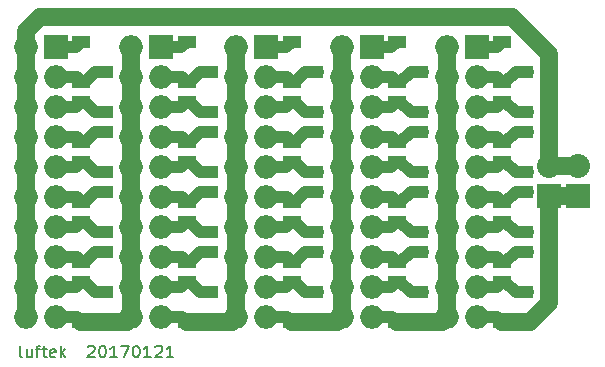
<source format=gtl>
G04 #@! TF.GenerationSoftware,KiCad,Pcbnew,(2017-01-20 revision 550a1ea)-makepkg*
G04 #@! TF.CreationDate,2017-01-21T19:12:54+01:00*
G04 #@! TF.ProjectId,dekada,64656B6164612E6B696361645F706362,rev?*
G04 #@! TF.FileFunction,Copper,L1,Top,Signal*
G04 #@! TF.FilePolarity,Positive*
%FSLAX46Y46*%
G04 Gerber Fmt 4.6, Leading zero omitted, Abs format (unit mm)*
G04 Created by KiCad (PCBNEW (2017-01-20 revision 550a1ea)-makepkg) date 01/21/17 19:12:54*
%MOMM*%
%LPD*%
G01*
G04 APERTURE LIST*
%ADD10C,0.050000*%
%ADD11C,0.150000*%
%ADD12O,2.000000X2.000000*%
%ADD13R,2.000000X2.000000*%
%ADD14O,2.032000X2.032000*%
%ADD15R,2.032000X2.032000*%
%ADD16R,1.600000X1.000000*%
%ADD17C,1.000000*%
%ADD18C,1.500000*%
G04 APERTURE END LIST*
D10*
D11*
X-48109524Y-17552380D02*
X-48204762Y-17504761D01*
X-48252381Y-17409523D01*
X-48252381Y-16552380D01*
X-47300000Y-16885714D02*
X-47300000Y-17552380D01*
X-47728572Y-16885714D02*
X-47728572Y-17409523D01*
X-47680953Y-17504761D01*
X-47585715Y-17552380D01*
X-47442858Y-17552380D01*
X-47347620Y-17504761D01*
X-47300000Y-17457142D01*
X-46966667Y-16885714D02*
X-46585715Y-16885714D01*
X-46823810Y-17552380D02*
X-46823810Y-16695238D01*
X-46776191Y-16600000D01*
X-46680953Y-16552380D01*
X-46585715Y-16552380D01*
X-46395239Y-16885714D02*
X-46014286Y-16885714D01*
X-46252381Y-16552380D02*
X-46252381Y-17409523D01*
X-46204762Y-17504761D01*
X-46109524Y-17552380D01*
X-46014286Y-17552380D01*
X-45300000Y-17504761D02*
X-45395239Y-17552380D01*
X-45585715Y-17552380D01*
X-45680953Y-17504761D01*
X-45728572Y-17409523D01*
X-45728572Y-17028571D01*
X-45680953Y-16933333D01*
X-45585715Y-16885714D01*
X-45395239Y-16885714D01*
X-45300000Y-16933333D01*
X-45252381Y-17028571D01*
X-45252381Y-17123809D01*
X-45728572Y-17219047D01*
X-44823810Y-17552380D02*
X-44823810Y-16552380D01*
X-44728572Y-17171428D02*
X-44442858Y-17552380D01*
X-44442858Y-16885714D02*
X-44823810Y-17266666D01*
X-42538096Y-16647619D02*
X-42490477Y-16600000D01*
X-42395239Y-16552380D01*
X-42157143Y-16552380D01*
X-42061905Y-16600000D01*
X-42014286Y-16647619D01*
X-41966667Y-16742857D01*
X-41966667Y-16838095D01*
X-42014286Y-16980952D01*
X-42585715Y-17552380D01*
X-41966667Y-17552380D01*
X-41347620Y-16552380D02*
X-41252381Y-16552380D01*
X-41157143Y-16600000D01*
X-41109524Y-16647619D01*
X-41061905Y-16742857D01*
X-41014286Y-16933333D01*
X-41014286Y-17171428D01*
X-41061905Y-17361904D01*
X-41109524Y-17457142D01*
X-41157143Y-17504761D01*
X-41252381Y-17552380D01*
X-41347620Y-17552380D01*
X-41442858Y-17504761D01*
X-41490477Y-17457142D01*
X-41538096Y-17361904D01*
X-41585715Y-17171428D01*
X-41585715Y-16933333D01*
X-41538096Y-16742857D01*
X-41490477Y-16647619D01*
X-41442858Y-16600000D01*
X-41347620Y-16552380D01*
X-40061905Y-17552380D02*
X-40633334Y-17552380D01*
X-40347620Y-17552380D02*
X-40347620Y-16552380D01*
X-40442858Y-16695238D01*
X-40538096Y-16790476D01*
X-40633334Y-16838095D01*
X-39728572Y-16552380D02*
X-39061905Y-16552380D01*
X-39490477Y-17552380D01*
X-38490477Y-16552380D02*
X-38395239Y-16552380D01*
X-38300000Y-16600000D01*
X-38252381Y-16647619D01*
X-38204762Y-16742857D01*
X-38157143Y-16933333D01*
X-38157143Y-17171428D01*
X-38204762Y-17361904D01*
X-38252381Y-17457142D01*
X-38300000Y-17504761D01*
X-38395239Y-17552380D01*
X-38490477Y-17552380D01*
X-38585715Y-17504761D01*
X-38633334Y-17457142D01*
X-38680953Y-17361904D01*
X-38728572Y-17171428D01*
X-38728572Y-16933333D01*
X-38680953Y-16742857D01*
X-38633334Y-16647619D01*
X-38585715Y-16600000D01*
X-38490477Y-16552380D01*
X-37204762Y-17552380D02*
X-37776191Y-17552380D01*
X-37490477Y-17552380D02*
X-37490477Y-16552380D01*
X-37585715Y-16695238D01*
X-37680953Y-16790476D01*
X-37776191Y-16838095D01*
X-36823810Y-16647619D02*
X-36776191Y-16600000D01*
X-36680953Y-16552380D01*
X-36442858Y-16552380D01*
X-36347620Y-16600000D01*
X-36300000Y-16647619D01*
X-36252381Y-16742857D01*
X-36252381Y-16838095D01*
X-36300000Y-16980952D01*
X-36871429Y-17552380D01*
X-36252381Y-17552380D01*
X-35300000Y-17552380D02*
X-35871429Y-17552380D01*
X-35585715Y-17552380D02*
X-35585715Y-16552380D01*
X-35680953Y-16695238D01*
X-35776191Y-16790476D01*
X-35871429Y-16838095D01*
D12*
X-47755712Y-14161748D03*
X-45215712Y-14161748D03*
X-47755712Y-11621748D03*
X-45215712Y-11621748D03*
X-47755712Y-9081748D03*
X-45215712Y-9081748D03*
X-47755712Y-6541748D03*
X-45215712Y-6541748D03*
X-47755712Y-4001748D03*
X-45215712Y-4001748D03*
X-47755712Y-1461748D03*
X-45215712Y-1461748D03*
X-47755712Y1078252D03*
X-45215712Y1078252D03*
X-47755712Y3618252D03*
X-45215712Y3618252D03*
X-47755712Y6158252D03*
X-45215712Y6158252D03*
X-47755712Y8698252D03*
D13*
X-45215712Y8698252D03*
D14*
X-1000000Y-1379073D03*
D15*
X-1000000Y-3919073D03*
X-3484656Y-3909071D03*
D14*
X-3484656Y-1369071D03*
D12*
X-38855712Y-14161748D03*
X-36315712Y-14161748D03*
X-38855712Y-11621748D03*
X-36315712Y-11621748D03*
X-38855712Y-9081748D03*
X-36315712Y-9081748D03*
X-38855712Y-6541748D03*
X-36315712Y-6541748D03*
X-38855712Y-4001748D03*
X-36315712Y-4001748D03*
X-38855712Y-1461748D03*
X-36315712Y-1461748D03*
X-38855712Y1078252D03*
X-36315712Y1078252D03*
X-38855712Y3618252D03*
X-36315712Y3618252D03*
X-38855712Y6158252D03*
X-36315712Y6158252D03*
X-38855712Y8698252D03*
D13*
X-36315712Y8698252D03*
D12*
X-29955712Y-14161748D03*
X-27415712Y-14161748D03*
X-29955712Y-11621748D03*
X-27415712Y-11621748D03*
X-29955712Y-9081748D03*
X-27415712Y-9081748D03*
X-29955712Y-6541748D03*
X-27415712Y-6541748D03*
X-29955712Y-4001748D03*
X-27415712Y-4001748D03*
X-29955712Y-1461748D03*
X-27415712Y-1461748D03*
X-29955712Y1078252D03*
X-27415712Y1078252D03*
X-29955712Y3618252D03*
X-27415712Y3618252D03*
X-29955712Y6158252D03*
X-27415712Y6158252D03*
X-29955712Y8698252D03*
D13*
X-27415712Y8698252D03*
D12*
X-21055712Y-14161748D03*
X-18515712Y-14161748D03*
X-21055712Y-11621748D03*
X-18515712Y-11621748D03*
X-21055712Y-9081748D03*
X-18515712Y-9081748D03*
X-21055712Y-6541748D03*
X-18515712Y-6541748D03*
X-21055712Y-4001748D03*
X-18515712Y-4001748D03*
X-21055712Y-1461748D03*
X-18515712Y-1461748D03*
X-21055712Y1078252D03*
X-18515712Y1078252D03*
X-21055712Y3618252D03*
X-18515712Y3618252D03*
X-21055712Y6158252D03*
X-18515712Y6158252D03*
X-21055712Y8698252D03*
D13*
X-18515712Y8698252D03*
D16*
X-43078712Y-4407748D03*
X-43078712Y-1007748D03*
X-34178712Y-4407748D03*
X-34178712Y-1007748D03*
X-25278712Y-4407748D03*
X-25278712Y-1007748D03*
X-16378712Y-4407748D03*
X-16378712Y-1007748D03*
X-41192712Y1532252D03*
X-41192712Y-1867748D03*
X-32292712Y1532252D03*
X-32292712Y-1867748D03*
X-23392712Y1532252D03*
X-23392712Y-1867748D03*
X-14492712Y1532252D03*
X-14492712Y-1867748D03*
X-41192712Y-8627748D03*
X-41192712Y-12027748D03*
X-32292712Y-8627748D03*
X-32292712Y-12027748D03*
X-23392712Y-8627748D03*
X-23392712Y-12027748D03*
X-14492712Y-8627748D03*
X-14492712Y-12027748D03*
X-43078712Y-14567748D03*
X-43078712Y-11167748D03*
X-34178712Y-14567748D03*
X-34178712Y-11167748D03*
X-25278712Y-14567748D03*
X-25278712Y-11167748D03*
X-16378712Y-14567748D03*
X-16378712Y-11167748D03*
X-41192712Y-6947748D03*
X-41192712Y-3547748D03*
X-32292712Y-6947748D03*
X-32292712Y-3547748D03*
X-23392712Y-6947748D03*
X-23392712Y-3547748D03*
X-14492712Y-6947748D03*
X-14492712Y-3547748D03*
X-43078712Y4072252D03*
X-43078712Y672252D03*
X-34178712Y4072252D03*
X-34178712Y672252D03*
X-25278712Y4072252D03*
X-25278712Y672252D03*
X-16378712Y4072252D03*
X-16378712Y672252D03*
X-43078712Y-6087748D03*
X-43078712Y-9487748D03*
X-34178712Y-6087748D03*
X-34178712Y-9487748D03*
X-25278712Y-6087748D03*
X-25278712Y-9487748D03*
X-16378712Y-6087748D03*
X-16378712Y-9487748D03*
X-41192712Y3212252D03*
X-41192712Y6612252D03*
X-32292712Y3212252D03*
X-32292712Y6612252D03*
X-23392712Y3212252D03*
X-23392712Y6612252D03*
X-14492712Y3212252D03*
X-14492712Y6612252D03*
X-43078712Y5752252D03*
X-43078712Y9152252D03*
X-34178712Y5752252D03*
X-34178712Y9152252D03*
X-25278712Y5752252D03*
X-25278712Y9152252D03*
X-16378712Y5752252D03*
X-16378712Y9152252D03*
D13*
X-9615712Y8698252D03*
D12*
X-12155712Y8698252D03*
X-9615712Y6158252D03*
X-12155712Y6158252D03*
X-9615712Y3618252D03*
X-12155712Y3618252D03*
X-9615712Y1078252D03*
X-12155712Y1078252D03*
X-9615712Y-1461748D03*
X-12155712Y-1461748D03*
X-9615712Y-4001748D03*
X-12155712Y-4001748D03*
X-9615712Y-6541748D03*
X-12155712Y-6541748D03*
X-9615712Y-9081748D03*
X-12155712Y-9081748D03*
X-9615712Y-11621748D03*
X-12155712Y-11621748D03*
X-9615712Y-14161748D03*
X-12155712Y-14161748D03*
D16*
X-7478712Y-1007748D03*
X-7478712Y-4407748D03*
X-7478712Y672252D03*
X-7478712Y4072252D03*
X-5592712Y-3547748D03*
X-5592712Y-6947748D03*
X-7478712Y-9487748D03*
X-7478712Y-6087748D03*
X-5592712Y-12027748D03*
X-5592712Y-8627748D03*
X-7478712Y-11167748D03*
X-7478712Y-14567748D03*
X-5592712Y6612252D03*
X-5592712Y3212252D03*
X-5592712Y-1867748D03*
X-5592712Y1532252D03*
X-7478712Y9152252D03*
X-7478712Y5752252D03*
D17*
X-36315712Y8698252D02*
X-34632712Y8698252D01*
X-34632712Y8698252D02*
X-34178712Y9152252D01*
X-36315712Y6158252D02*
X-34584712Y6158252D01*
X-34584712Y6158252D02*
X-34178712Y5752252D01*
X-31992712Y6612252D02*
X-33018712Y6612252D01*
X-33018712Y6612252D02*
X-33878712Y5752252D01*
X-36315712Y3618252D02*
X-34632712Y3618252D01*
X-34632712Y3618252D02*
X-34178712Y4072252D01*
X-33018712Y3212252D02*
X-33878712Y4072252D01*
X-31992712Y3212252D02*
X-33018712Y3212252D01*
X-36315712Y1078252D02*
X-34584712Y1078252D01*
X-34584712Y1078252D02*
X-34178712Y672252D01*
X-33018712Y1532252D02*
X-33878712Y672252D01*
X-31992712Y1532252D02*
X-33018712Y1532252D01*
X-36315712Y-1461748D02*
X-34632712Y-1461748D01*
X-34632712Y-1461748D02*
X-34178712Y-1007748D01*
X-33018712Y-1867748D02*
X-33878712Y-1007748D01*
X-31992712Y-1867748D02*
X-33018712Y-1867748D01*
X-36315712Y-4001748D02*
X-34584712Y-4001748D01*
X-34584712Y-4001748D02*
X-34178712Y-4407748D01*
X-33018712Y-3547748D02*
X-33878712Y-4407748D01*
X-31992712Y-3547748D02*
X-33018712Y-3547748D01*
X-36315712Y-6541748D02*
X-34632712Y-6541748D01*
X-34632712Y-6541748D02*
X-34178712Y-6087748D01*
X-33018712Y-6947748D02*
X-33878712Y-6087748D01*
X-31992712Y-6947748D02*
X-33018712Y-6947748D01*
X-36315712Y-9081748D02*
X-34584712Y-9081748D01*
X-34584712Y-9081748D02*
X-34178712Y-9487748D01*
X-31992712Y-8627748D02*
X-33018712Y-8627748D01*
X-33018712Y-8627748D02*
X-33878712Y-9487748D01*
X-36315712Y-11621748D02*
X-34632712Y-11621748D01*
X-34632712Y-11621748D02*
X-34178712Y-11167748D01*
X-31992712Y-12027748D02*
X-33018712Y-12027748D01*
X-33018712Y-12027748D02*
X-33878712Y-11167748D01*
X-25732712Y8698252D02*
X-25278712Y9152252D01*
X-27415712Y8698252D02*
X-25732712Y8698252D01*
X-16832712Y8698252D02*
X-16378712Y9152252D01*
X-18515712Y8698252D02*
X-16832712Y8698252D01*
X-45215712Y8698252D02*
X-43532712Y8698252D01*
X-43532712Y8698252D02*
X-43078712Y9152252D01*
X-45215712Y6158252D02*
X-43484712Y6158252D01*
X-43484712Y6158252D02*
X-43078712Y5752252D01*
X-40892712Y6612252D02*
X-41918712Y6612252D01*
X-41918712Y6612252D02*
X-42778712Y5752252D01*
X-45215712Y3618252D02*
X-43532712Y3618252D01*
X-43532712Y3618252D02*
X-43078712Y4072252D01*
X-41918712Y3212252D02*
X-42778712Y4072252D01*
X-40892712Y3212252D02*
X-41918712Y3212252D01*
X-45215712Y1078252D02*
X-43484712Y1078252D01*
X-43484712Y1078252D02*
X-43078712Y672252D01*
X-41918712Y1532252D02*
X-42778712Y672252D01*
X-40892712Y1532252D02*
X-41918712Y1532252D01*
X-45215712Y-1461748D02*
X-43532712Y-1461748D01*
X-43532712Y-1461748D02*
X-43078712Y-1007748D01*
X-41918712Y-1867748D02*
X-42778712Y-1007748D01*
X-40892712Y-1867748D02*
X-41918712Y-1867748D01*
X-45215712Y-4001748D02*
X-43484712Y-4001748D01*
X-43484712Y-4001748D02*
X-43078712Y-4407748D01*
X-41918712Y-3547748D02*
X-42778712Y-4407748D01*
X-40892712Y-3547748D02*
X-41918712Y-3547748D01*
X-45215712Y-6541748D02*
X-43532712Y-6541748D01*
X-40892712Y-6947748D02*
X-41918712Y-6947748D01*
X-43532712Y-6541748D02*
X-43078712Y-6087748D01*
X-41918712Y-6947748D02*
X-42778712Y-6087748D01*
X-45215712Y-9081748D02*
X-43484712Y-9081748D01*
X-43484712Y-9081748D02*
X-43078712Y-9487748D01*
X-41918712Y-8627748D02*
X-42778712Y-9487748D01*
X-40892712Y-8627748D02*
X-41918712Y-8627748D01*
X-45215712Y-11621748D02*
X-43532712Y-11621748D01*
X-43532712Y-11621748D02*
X-43078712Y-11167748D01*
X-41918712Y-12027748D02*
X-42778712Y-11167748D01*
X-40892712Y-12027748D02*
X-41918712Y-12027748D01*
X-25684712Y6158252D02*
X-25278712Y5752252D01*
X-23092712Y6612252D02*
X-24118712Y6612252D01*
X-24118712Y6612252D02*
X-24978712Y5752252D01*
X-27415712Y6158252D02*
X-25684712Y6158252D01*
X-25732712Y3618252D02*
X-25278712Y4072252D01*
X-24118712Y3212252D02*
X-24978712Y4072252D01*
X-23092712Y3212252D02*
X-24118712Y3212252D01*
X-27415712Y3618252D02*
X-25732712Y3618252D01*
X-25684712Y1078252D02*
X-25278712Y672252D01*
X-24118712Y1532252D02*
X-24978712Y672252D01*
X-23092712Y1532252D02*
X-24118712Y1532252D01*
X-27415712Y1078252D02*
X-25684712Y1078252D01*
X-25732712Y-1461748D02*
X-25278712Y-1007748D01*
X-24118712Y-1867748D02*
X-24978712Y-1007748D01*
X-23092712Y-1867748D02*
X-24118712Y-1867748D01*
X-27415712Y-1461748D02*
X-25732712Y-1461748D01*
X-25684712Y-4001748D02*
X-25278712Y-4407748D01*
X-24118712Y-3547748D02*
X-24978712Y-4407748D01*
X-23092712Y-3547748D02*
X-24118712Y-3547748D01*
X-27415712Y-4001748D02*
X-25684712Y-4001748D01*
X-25732712Y-6541748D02*
X-25278712Y-6087748D01*
X-24118712Y-6947748D02*
X-24978712Y-6087748D01*
X-23092712Y-6947748D02*
X-24118712Y-6947748D01*
X-27415712Y-6541748D02*
X-25732712Y-6541748D01*
X-25684712Y-9081748D02*
X-25278712Y-9487748D01*
X-23092712Y-8627748D02*
X-24118712Y-8627748D01*
X-24118712Y-8627748D02*
X-24978712Y-9487748D01*
X-27415712Y-9081748D02*
X-25684712Y-9081748D01*
X-25732712Y-11621748D02*
X-25278712Y-11167748D01*
X-23092712Y-12027748D02*
X-24118712Y-12027748D01*
X-24118712Y-12027748D02*
X-24978712Y-11167748D01*
X-27415712Y-11621748D02*
X-25732712Y-11621748D01*
X-16784712Y6158252D02*
X-16378712Y5752252D01*
X-14192712Y6612252D02*
X-15218712Y6612252D01*
X-15218712Y6612252D02*
X-16078712Y5752252D01*
X-18515712Y6158252D02*
X-16784712Y6158252D01*
X-16832712Y3618252D02*
X-16378712Y4072252D01*
X-15218712Y3212252D02*
X-16078712Y4072252D01*
X-14192712Y3212252D02*
X-15218712Y3212252D01*
X-18515712Y3618252D02*
X-16832712Y3618252D01*
X-16784712Y1078252D02*
X-16378712Y672252D01*
X-15218712Y1532252D02*
X-16078712Y672252D01*
X-14192712Y1532252D02*
X-15218712Y1532252D01*
X-18515712Y1078252D02*
X-16784712Y1078252D01*
X-16832712Y-1461748D02*
X-16378712Y-1007748D01*
X-15218712Y-1867748D02*
X-16078712Y-1007748D01*
X-14192712Y-1867748D02*
X-15218712Y-1867748D01*
X-18515712Y-1461748D02*
X-16832712Y-1461748D01*
X-16784712Y-4001748D02*
X-16378712Y-4407748D01*
X-15218712Y-3547748D02*
X-16078712Y-4407748D01*
X-14192712Y-3547748D02*
X-15218712Y-3547748D01*
X-18515712Y-4001748D02*
X-16784712Y-4001748D01*
X-16832712Y-6541748D02*
X-16378712Y-6087748D01*
X-15218712Y-6947748D02*
X-16078712Y-6087748D01*
X-14192712Y-6947748D02*
X-15218712Y-6947748D01*
X-18515712Y-6541748D02*
X-16832712Y-6541748D01*
X-16784712Y-9081748D02*
X-16378712Y-9487748D01*
X-14192712Y-8627748D02*
X-15218712Y-8627748D01*
X-15218712Y-8627748D02*
X-16078712Y-9487748D01*
X-18515712Y-9081748D02*
X-16784712Y-9081748D01*
X-16832712Y-11621748D02*
X-16378712Y-11167748D01*
X-14192712Y-12027748D02*
X-15218712Y-12027748D01*
X-15218712Y-12027748D02*
X-16078712Y-11167748D01*
X-18515712Y-11621748D02*
X-16832712Y-11621748D01*
X-7932712Y8698252D02*
X-7478712Y9152252D01*
X-9615712Y8698252D02*
X-7932712Y8698252D01*
X-7884712Y6158252D02*
X-7478712Y5752252D01*
X-5292712Y6612252D02*
X-6318712Y6612252D01*
X-6318712Y6612252D02*
X-7178712Y5752252D01*
X-9615712Y6158252D02*
X-7884712Y6158252D01*
X-7932712Y3618252D02*
X-7478712Y4072252D01*
X-5292712Y3212252D02*
X-6318712Y3212252D01*
X-6318712Y3212252D02*
X-7178712Y4072252D01*
X-9615712Y3618252D02*
X-7932712Y3618252D01*
X-7884712Y1078252D02*
X-7478712Y672252D01*
X-5292712Y1532252D02*
X-6318712Y1532252D01*
X-6318712Y1532252D02*
X-7178712Y672252D01*
X-9615712Y1078252D02*
X-7884712Y1078252D01*
X-7932712Y-1461748D02*
X-7478712Y-1007748D01*
X-5292712Y-1867748D02*
X-6318712Y-1867748D01*
X-6318712Y-1867748D02*
X-7178712Y-1007748D01*
X-9615712Y-1461748D02*
X-7932712Y-1461748D01*
X-7884712Y-4001748D02*
X-7478712Y-4407748D01*
X-5292712Y-3547748D02*
X-6318712Y-3547748D01*
X-6318712Y-3547748D02*
X-7178712Y-4407748D01*
X-9615712Y-4001748D02*
X-7884712Y-4001748D01*
X-7932712Y-6541748D02*
X-7478712Y-6087748D01*
X-5292712Y-6947748D02*
X-6318712Y-6947748D01*
X-6318712Y-6947748D02*
X-7178712Y-6087748D01*
X-9615712Y-6541748D02*
X-7932712Y-6541748D01*
X-7884712Y-9081748D02*
X-7478712Y-9487748D01*
X-5292712Y-8627748D02*
X-6318712Y-8627748D01*
X-6318712Y-8627748D02*
X-7178712Y-9487748D01*
X-9615712Y-9081748D02*
X-7884712Y-9081748D01*
X-7932712Y-11621748D02*
X-7478712Y-11167748D01*
X-5292712Y-12027748D02*
X-6318712Y-12027748D01*
X-6318712Y-12027748D02*
X-7178712Y-11167748D01*
X-9615712Y-11621748D02*
X-7932712Y-11621748D01*
D18*
X-5109252Y-14567748D02*
X-7478712Y-14567748D01*
D17*
X-7884712Y-14161748D02*
X-7478712Y-14567748D01*
D18*
X-3484656Y-12943152D02*
X-5109252Y-14567748D01*
D17*
X-9615712Y-14161748D02*
X-7884712Y-14161748D01*
D18*
X-3484656Y-3909071D02*
X-3484656Y-12943152D01*
X-3484656Y-3909071D02*
X-1010002Y-3909071D01*
X-47755712Y-11621748D02*
X-47755712Y-9081748D01*
X-47755712Y6158252D02*
X-47755712Y8698252D01*
X-47755712Y3618252D02*
X-47755712Y6158252D01*
X-47755712Y1078252D02*
X-47755712Y3618252D01*
X-47755712Y-1461748D02*
X-47755712Y1078252D01*
X-47755712Y-4001748D02*
X-47755712Y-1461748D01*
X-47755712Y-6541748D02*
X-47755712Y-4001748D01*
X-47755712Y-9081748D02*
X-47755712Y-6541748D01*
X-47755712Y-14161748D02*
X-47755712Y-11621748D01*
X-47755712Y8698252D02*
X-47755712Y-9507670D01*
X-3484656Y-1369071D02*
X-3484656Y8115398D01*
X-3484656Y8115398D02*
X-6607250Y11237992D01*
X-6607250Y11237992D02*
X-46630185Y11237992D01*
X-46630185Y11237992D02*
X-47755712Y10112465D01*
X-47755712Y10112465D02*
X-47755712Y8698252D01*
X-3484656Y-1369071D02*
X-1010002Y-1369071D01*
X-38855712Y6158252D02*
X-38855712Y8698252D01*
X-38855712Y3618252D02*
X-38855712Y6158252D01*
X-38855712Y1078252D02*
X-38855712Y3618252D01*
X-38855712Y-1461748D02*
X-38855712Y1078252D01*
X-38855712Y-4001748D02*
X-38855712Y-1461748D01*
X-38855712Y-6541748D02*
X-38855712Y-4001748D01*
X-38855712Y-9081748D02*
X-38855712Y-6541748D01*
X-38855712Y-11621748D02*
X-38855712Y-9081748D01*
X-38855712Y-14161748D02*
X-38855712Y-11621748D01*
X-43078712Y-14567748D02*
X-39261712Y-14567748D01*
X-39261712Y-14567748D02*
X-38855712Y-14161748D01*
D17*
X-43484712Y-14161748D02*
X-43078712Y-14567748D01*
X-45215712Y-14161748D02*
X-43484712Y-14161748D01*
D18*
X-29955712Y-11621748D02*
X-29955712Y-14161748D01*
X-29955712Y-9081748D02*
X-29955712Y-11621748D01*
X-29955712Y-6541748D02*
X-29955712Y-9081748D01*
X-29955712Y-4001748D02*
X-29955712Y-6541748D01*
X-29955712Y-1461748D02*
X-29955712Y-4001748D01*
X-29955712Y1078252D02*
X-29955712Y-1461748D01*
X-29955712Y3618252D02*
X-29955712Y1078252D01*
X-29955712Y6158252D02*
X-29955712Y3618252D01*
X-29955712Y8698252D02*
X-29955712Y6158252D01*
X-34178712Y-14567748D02*
X-30361712Y-14567748D01*
X-30361712Y-14567748D02*
X-29955712Y-14161748D01*
D17*
X-36315712Y-14161748D02*
X-34584712Y-14161748D01*
X-34584712Y-14161748D02*
X-34178712Y-14567748D01*
D18*
X-21055712Y6158252D02*
X-21055712Y8698252D01*
X-21055712Y3618252D02*
X-21055712Y6158252D01*
X-21055712Y1078252D02*
X-21055712Y3618252D01*
X-21055712Y-1461748D02*
X-21055712Y1078252D01*
X-21055712Y-4001748D02*
X-21055712Y-1461748D01*
X-21055712Y-6541748D02*
X-21055712Y-4001748D01*
X-21055712Y-9081748D02*
X-21055712Y-6541748D01*
X-21055712Y-11621748D02*
X-21055712Y-9081748D01*
X-21055712Y-14161748D02*
X-21055712Y-11621748D01*
X-25278712Y-14567748D02*
X-21461712Y-14567748D01*
X-21461712Y-14567748D02*
X-21055712Y-14161748D01*
D17*
X-25684712Y-14161748D02*
X-25278712Y-14567748D01*
X-27415712Y-14161748D02*
X-25684712Y-14161748D01*
D18*
X-12155712Y-11621748D02*
X-12155712Y-14161748D01*
X-12155712Y-9081748D02*
X-12155712Y-11621748D01*
X-12155712Y-6541748D02*
X-12155712Y-9081748D01*
X-12155712Y-4001748D02*
X-12155712Y-6541748D01*
X-12155712Y-1461748D02*
X-12155712Y-4001748D01*
X-12155712Y1078252D02*
X-12155712Y-1461748D01*
X-12155712Y3618252D02*
X-12155712Y1078252D01*
X-12155712Y6158252D02*
X-12155712Y3618252D01*
X-12155712Y8698252D02*
X-12155712Y6158252D01*
X-16378712Y-14567748D02*
X-12561712Y-14567748D01*
X-12561712Y-14567748D02*
X-12155712Y-14161748D01*
D17*
X-16784712Y-14161748D02*
X-16378712Y-14567748D01*
X-18515712Y-14161748D02*
X-16784712Y-14161748D01*
M02*

</source>
